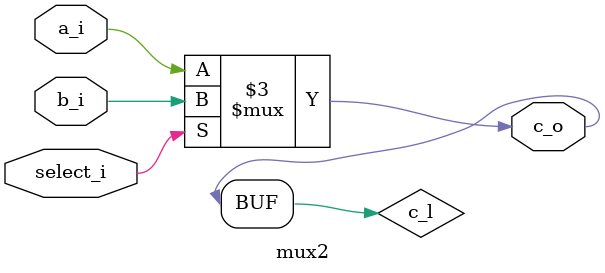
<source format=sv>
module mux2
  (input [0:0] a_i
  ,input [0:0] b_i
  ,input [0:0] select_i
  ,output [0:0] c_o);

   // For Lab 2, you may use assign statements!
   // Your code here:

  logic [0:0] c_l;

  always_comb begin
    c_l = a_i;
    if (select_i) begin
    c_l = b_i;
    end
  end

  assign c_o = c_l;

endmodule

</source>
